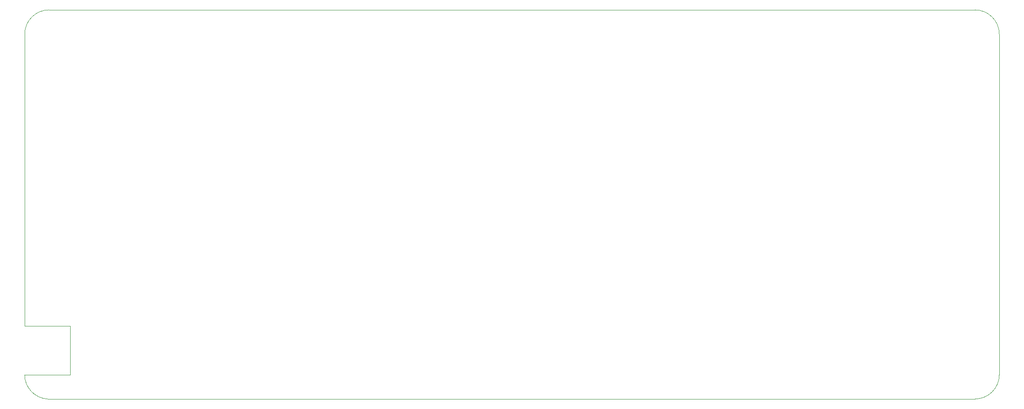
<source format=gbr>
%TF.GenerationSoftware,KiCad,Pcbnew,7.0.2-0*%
%TF.CreationDate,2023-05-11T14:31:08+08:00*%
%TF.ProjectId,Anya,416e7961-2e6b-4696-9361-645f70636258,rev?*%
%TF.SameCoordinates,Original*%
%TF.FileFunction,Profile,NP*%
%FSLAX46Y46*%
G04 Gerber Fmt 4.6, Leading zero omitted, Abs format (unit mm)*
G04 Created by KiCad (PCBNEW 7.0.2-0) date 2023-05-11 14:31:08*
%MOMM*%
%LPD*%
G01*
G04 APERTURE LIST*
%TA.AperFunction,Profile*%
%ADD10C,0.100000*%
%TD*%
G04 APERTURE END LIST*
D10*
X53975000Y-39687500D02*
X53975000Y-96837500D01*
X62865000Y-106362500D02*
X53964429Y-106362500D01*
X53964430Y-106362500D02*
G75*
G03*
X58420000Y-111124998I4773070J0D01*
G01*
X239712500Y-111125000D02*
G75*
G03*
X244475000Y-106362500I0J4762500D01*
G01*
X58737500Y-34925000D02*
G75*
G03*
X53975000Y-39687500I0J-4762500D01*
G01*
X53975000Y-96837500D02*
X62865000Y-96837500D01*
X58420000Y-111124999D02*
X239712500Y-111125000D01*
X244475000Y-39687500D02*
G75*
G03*
X239712500Y-34925000I-4762500J0D01*
G01*
X244475000Y-106362500D02*
X244475000Y-39687500D01*
X62865000Y-96837500D02*
X62865000Y-106362500D01*
X239712500Y-34925000D02*
X58737500Y-34925000D01*
M02*

</source>
